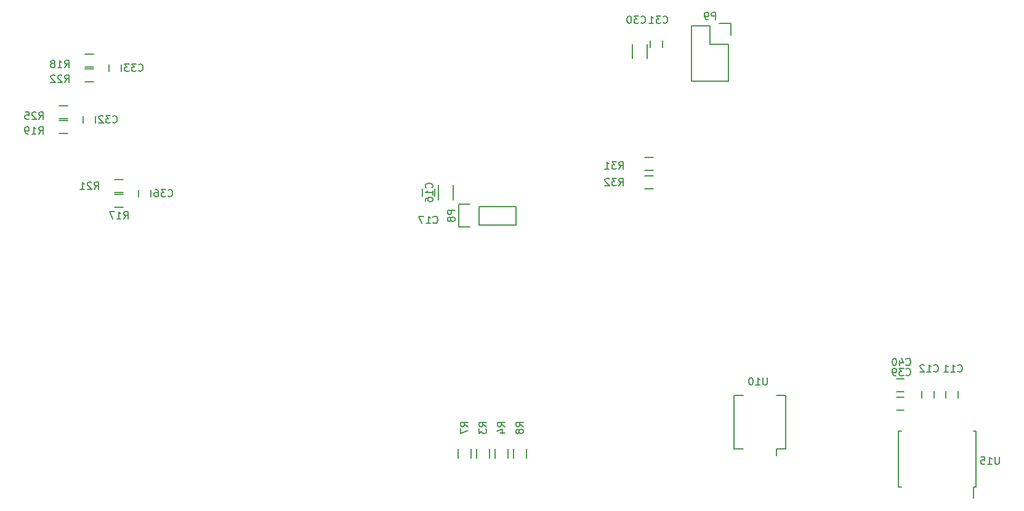
<source format=gbo>
G04 #@! TF.FileFunction,Legend,Bot*
%FSLAX46Y46*%
G04 Gerber Fmt 4.6, Leading zero omitted, Abs format (unit mm)*
G04 Created by KiCad (PCBNEW (2015-06-14 BZR 5748)-product) date Saturday, August 01, 2015 'AMt' 10:31:55 AM*
%MOMM*%
G01*
G04 APERTURE LIST*
%ADD10C,0.100000*%
%ADD11C,0.150000*%
G04 APERTURE END LIST*
D10*
D11*
X249516000Y-72906000D02*
X249516000Y-73906000D01*
X247816000Y-73906000D02*
X247816000Y-72906000D01*
X246214000Y-72906000D02*
X246214000Y-73906000D01*
X244514000Y-73906000D02*
X244514000Y-72906000D01*
X175807000Y-46093000D02*
X175807000Y-45093000D01*
X177507000Y-45093000D02*
X177507000Y-46093000D01*
X204715000Y-27162000D02*
X204715000Y-25162000D01*
X206765000Y-25162000D02*
X206765000Y-27162000D01*
X207176000Y-25646000D02*
X207176000Y-24646000D01*
X208876000Y-24646000D02*
X208876000Y-25646000D01*
X129198000Y-36060000D02*
X129198000Y-35060000D01*
X130898000Y-35060000D02*
X130898000Y-36060000D01*
X134454000Y-27948000D02*
X134454000Y-28948000D01*
X132754000Y-28948000D02*
X132754000Y-27948000D01*
X136818000Y-46220000D02*
X136818000Y-45220000D01*
X138518000Y-45220000D02*
X138518000Y-46220000D01*
X217932000Y-25146000D02*
X217932000Y-30226000D01*
X218212000Y-22326000D02*
X216662000Y-22326000D01*
X215392000Y-22606000D02*
X215392000Y-25146000D01*
X215392000Y-25146000D02*
X217932000Y-25146000D01*
X217932000Y-30226000D02*
X212852000Y-30226000D01*
X212852000Y-30226000D02*
X212852000Y-25146000D01*
X218212000Y-22326000D02*
X218212000Y-23876000D01*
X212852000Y-22606000D02*
X215392000Y-22606000D01*
X212852000Y-25146000D02*
X212852000Y-22606000D01*
X185025000Y-82134000D02*
X185025000Y-80934000D01*
X183275000Y-80934000D02*
X183275000Y-82134000D01*
X187565000Y-82134000D02*
X187565000Y-80934000D01*
X185815000Y-80934000D02*
X185815000Y-82134000D01*
X180735000Y-80934000D02*
X180735000Y-82134000D01*
X182485000Y-82134000D02*
X182485000Y-80934000D01*
X188355000Y-80934000D02*
X188355000Y-82134000D01*
X190105000Y-82134000D02*
X190105000Y-80934000D01*
X133512000Y-47611000D02*
X134712000Y-47611000D01*
X134712000Y-45861000D02*
X133512000Y-45861000D01*
X129448000Y-28307000D02*
X130648000Y-28307000D01*
X130648000Y-26557000D02*
X129448000Y-26557000D01*
X125892000Y-37451000D02*
X127092000Y-37451000D01*
X127092000Y-35701000D02*
X125892000Y-35701000D01*
X133512000Y-45579000D02*
X134712000Y-45579000D01*
X134712000Y-43829000D02*
X133512000Y-43829000D01*
X129448000Y-30339000D02*
X130648000Y-30339000D01*
X130648000Y-28589000D02*
X129448000Y-28589000D01*
X125892000Y-35419000D02*
X127092000Y-35419000D01*
X127092000Y-33669000D02*
X125892000Y-33669000D01*
X207610000Y-40781000D02*
X206410000Y-40781000D01*
X206410000Y-42531000D02*
X207610000Y-42531000D01*
X207610000Y-43321000D02*
X206410000Y-43321000D01*
X206410000Y-45071000D02*
X207610000Y-45071000D01*
X225815000Y-80891000D02*
X224545000Y-80891000D01*
X225815000Y-73541000D02*
X224545000Y-73541000D01*
X218685000Y-73541000D02*
X219955000Y-73541000D01*
X218685000Y-80891000D02*
X219955000Y-80891000D01*
X225815000Y-80891000D02*
X225815000Y-73541000D01*
X218685000Y-80891000D02*
X218685000Y-73541000D01*
X224545000Y-80891000D02*
X224545000Y-81826000D01*
X183642000Y-47498000D02*
X188722000Y-47498000D01*
X188722000Y-47498000D02*
X188722000Y-50038000D01*
X188722000Y-50038000D02*
X183642000Y-50038000D01*
X180822000Y-50318000D02*
X182372000Y-50318000D01*
X183642000Y-50038000D02*
X183642000Y-47498000D01*
X182372000Y-47218000D02*
X180822000Y-47218000D01*
X180822000Y-47218000D02*
X180822000Y-50318000D01*
X241054000Y-73826000D02*
X242054000Y-73826000D01*
X242054000Y-75526000D02*
X241054000Y-75526000D01*
X241054000Y-71286000D02*
X242054000Y-71286000D01*
X242054000Y-72986000D02*
X241054000Y-72986000D01*
X251959000Y-86171000D02*
X251604000Y-86171000D01*
X251959000Y-78421000D02*
X251604000Y-78421000D01*
X241309000Y-78421000D02*
X241664000Y-78421000D01*
X241309000Y-86171000D02*
X241664000Y-86171000D01*
X251959000Y-86171000D02*
X251959000Y-78421000D01*
X241309000Y-86171000D02*
X241309000Y-78421000D01*
X251604000Y-86171000D02*
X251604000Y-87696000D01*
X178045000Y-46593000D02*
X178045000Y-44593000D01*
X180095000Y-44593000D02*
X180095000Y-46593000D01*
X249435857Y-70207143D02*
X249483476Y-70254762D01*
X249626333Y-70302381D01*
X249721571Y-70302381D01*
X249864429Y-70254762D01*
X249959667Y-70159524D01*
X250007286Y-70064286D01*
X250054905Y-69873810D01*
X250054905Y-69730952D01*
X250007286Y-69540476D01*
X249959667Y-69445238D01*
X249864429Y-69350000D01*
X249721571Y-69302381D01*
X249626333Y-69302381D01*
X249483476Y-69350000D01*
X249435857Y-69397619D01*
X248483476Y-70302381D02*
X249054905Y-70302381D01*
X248769191Y-70302381D02*
X248769191Y-69302381D01*
X248864429Y-69445238D01*
X248959667Y-69540476D01*
X249054905Y-69588095D01*
X247531095Y-70302381D02*
X248102524Y-70302381D01*
X247816810Y-70302381D02*
X247816810Y-69302381D01*
X247912048Y-69445238D01*
X248007286Y-69540476D01*
X248102524Y-69588095D01*
X246133857Y-70207143D02*
X246181476Y-70254762D01*
X246324333Y-70302381D01*
X246419571Y-70302381D01*
X246562429Y-70254762D01*
X246657667Y-70159524D01*
X246705286Y-70064286D01*
X246752905Y-69873810D01*
X246752905Y-69730952D01*
X246705286Y-69540476D01*
X246657667Y-69445238D01*
X246562429Y-69350000D01*
X246419571Y-69302381D01*
X246324333Y-69302381D01*
X246181476Y-69350000D01*
X246133857Y-69397619D01*
X245181476Y-70302381D02*
X245752905Y-70302381D01*
X245467191Y-70302381D02*
X245467191Y-69302381D01*
X245562429Y-69445238D01*
X245657667Y-69540476D01*
X245752905Y-69588095D01*
X244800524Y-69397619D02*
X244752905Y-69350000D01*
X244657667Y-69302381D01*
X244419571Y-69302381D01*
X244324333Y-69350000D01*
X244276714Y-69397619D01*
X244229095Y-69492857D01*
X244229095Y-69588095D01*
X244276714Y-69730952D01*
X244848143Y-70302381D01*
X244229095Y-70302381D01*
X177299857Y-49760143D02*
X177347476Y-49807762D01*
X177490333Y-49855381D01*
X177585571Y-49855381D01*
X177728429Y-49807762D01*
X177823667Y-49712524D01*
X177871286Y-49617286D01*
X177918905Y-49426810D01*
X177918905Y-49283952D01*
X177871286Y-49093476D01*
X177823667Y-48998238D01*
X177728429Y-48903000D01*
X177585571Y-48855381D01*
X177490333Y-48855381D01*
X177347476Y-48903000D01*
X177299857Y-48950619D01*
X176347476Y-49855381D02*
X176918905Y-49855381D01*
X176633191Y-49855381D02*
X176633191Y-48855381D01*
X176728429Y-48998238D01*
X176823667Y-49093476D01*
X176918905Y-49141095D01*
X176014143Y-48855381D02*
X175347476Y-48855381D01*
X175776048Y-49855381D01*
X205874857Y-22201143D02*
X205922476Y-22248762D01*
X206065333Y-22296381D01*
X206160571Y-22296381D01*
X206303429Y-22248762D01*
X206398667Y-22153524D01*
X206446286Y-22058286D01*
X206493905Y-21867810D01*
X206493905Y-21724952D01*
X206446286Y-21534476D01*
X206398667Y-21439238D01*
X206303429Y-21344000D01*
X206160571Y-21296381D01*
X206065333Y-21296381D01*
X205922476Y-21344000D01*
X205874857Y-21391619D01*
X205541524Y-21296381D02*
X204922476Y-21296381D01*
X205255810Y-21677333D01*
X205112952Y-21677333D01*
X205017714Y-21724952D01*
X204970095Y-21772571D01*
X204922476Y-21867810D01*
X204922476Y-22105905D01*
X204970095Y-22201143D01*
X205017714Y-22248762D01*
X205112952Y-22296381D01*
X205398667Y-22296381D01*
X205493905Y-22248762D01*
X205541524Y-22201143D01*
X204303429Y-21296381D02*
X204208190Y-21296381D01*
X204112952Y-21344000D01*
X204065333Y-21391619D01*
X204017714Y-21486857D01*
X203970095Y-21677333D01*
X203970095Y-21915429D01*
X204017714Y-22105905D01*
X204065333Y-22201143D01*
X204112952Y-22248762D01*
X204208190Y-22296381D01*
X204303429Y-22296381D01*
X204398667Y-22248762D01*
X204446286Y-22201143D01*
X204493905Y-22105905D01*
X204541524Y-21915429D01*
X204541524Y-21677333D01*
X204493905Y-21486857D01*
X204446286Y-21391619D01*
X204398667Y-21344000D01*
X204303429Y-21296381D01*
X208922857Y-22201143D02*
X208970476Y-22248762D01*
X209113333Y-22296381D01*
X209208571Y-22296381D01*
X209351429Y-22248762D01*
X209446667Y-22153524D01*
X209494286Y-22058286D01*
X209541905Y-21867810D01*
X209541905Y-21724952D01*
X209494286Y-21534476D01*
X209446667Y-21439238D01*
X209351429Y-21344000D01*
X209208571Y-21296381D01*
X209113333Y-21296381D01*
X208970476Y-21344000D01*
X208922857Y-21391619D01*
X208589524Y-21296381D02*
X207970476Y-21296381D01*
X208303810Y-21677333D01*
X208160952Y-21677333D01*
X208065714Y-21724952D01*
X208018095Y-21772571D01*
X207970476Y-21867810D01*
X207970476Y-22105905D01*
X208018095Y-22201143D01*
X208065714Y-22248762D01*
X208160952Y-22296381D01*
X208446667Y-22296381D01*
X208541905Y-22248762D01*
X208589524Y-22201143D01*
X207018095Y-22296381D02*
X207589524Y-22296381D01*
X207303810Y-22296381D02*
X207303810Y-21296381D01*
X207399048Y-21439238D01*
X207494286Y-21534476D01*
X207589524Y-21582095D01*
X133230857Y-35917143D02*
X133278476Y-35964762D01*
X133421333Y-36012381D01*
X133516571Y-36012381D01*
X133659429Y-35964762D01*
X133754667Y-35869524D01*
X133802286Y-35774286D01*
X133849905Y-35583810D01*
X133849905Y-35440952D01*
X133802286Y-35250476D01*
X133754667Y-35155238D01*
X133659429Y-35060000D01*
X133516571Y-35012381D01*
X133421333Y-35012381D01*
X133278476Y-35060000D01*
X133230857Y-35107619D01*
X132897524Y-35012381D02*
X132278476Y-35012381D01*
X132611810Y-35393333D01*
X132468952Y-35393333D01*
X132373714Y-35440952D01*
X132326095Y-35488571D01*
X132278476Y-35583810D01*
X132278476Y-35821905D01*
X132326095Y-35917143D01*
X132373714Y-35964762D01*
X132468952Y-36012381D01*
X132754667Y-36012381D01*
X132849905Y-35964762D01*
X132897524Y-35917143D01*
X131897524Y-35107619D02*
X131849905Y-35060000D01*
X131754667Y-35012381D01*
X131516571Y-35012381D01*
X131421333Y-35060000D01*
X131373714Y-35107619D01*
X131326095Y-35202857D01*
X131326095Y-35298095D01*
X131373714Y-35440952D01*
X131945143Y-36012381D01*
X131326095Y-36012381D01*
X136786857Y-28805143D02*
X136834476Y-28852762D01*
X136977333Y-28900381D01*
X137072571Y-28900381D01*
X137215429Y-28852762D01*
X137310667Y-28757524D01*
X137358286Y-28662286D01*
X137405905Y-28471810D01*
X137405905Y-28328952D01*
X137358286Y-28138476D01*
X137310667Y-28043238D01*
X137215429Y-27948000D01*
X137072571Y-27900381D01*
X136977333Y-27900381D01*
X136834476Y-27948000D01*
X136786857Y-27995619D01*
X136453524Y-27900381D02*
X135834476Y-27900381D01*
X136167810Y-28281333D01*
X136024952Y-28281333D01*
X135929714Y-28328952D01*
X135882095Y-28376571D01*
X135834476Y-28471810D01*
X135834476Y-28709905D01*
X135882095Y-28805143D01*
X135929714Y-28852762D01*
X136024952Y-28900381D01*
X136310667Y-28900381D01*
X136405905Y-28852762D01*
X136453524Y-28805143D01*
X135501143Y-27900381D02*
X134882095Y-27900381D01*
X135215429Y-28281333D01*
X135072571Y-28281333D01*
X134977333Y-28328952D01*
X134929714Y-28376571D01*
X134882095Y-28471810D01*
X134882095Y-28709905D01*
X134929714Y-28805143D01*
X134977333Y-28852762D01*
X135072571Y-28900381D01*
X135358286Y-28900381D01*
X135453524Y-28852762D01*
X135501143Y-28805143D01*
X140850857Y-46077143D02*
X140898476Y-46124762D01*
X141041333Y-46172381D01*
X141136571Y-46172381D01*
X141279429Y-46124762D01*
X141374667Y-46029524D01*
X141422286Y-45934286D01*
X141469905Y-45743810D01*
X141469905Y-45600952D01*
X141422286Y-45410476D01*
X141374667Y-45315238D01*
X141279429Y-45220000D01*
X141136571Y-45172381D01*
X141041333Y-45172381D01*
X140898476Y-45220000D01*
X140850857Y-45267619D01*
X140517524Y-45172381D02*
X139898476Y-45172381D01*
X140231810Y-45553333D01*
X140088952Y-45553333D01*
X139993714Y-45600952D01*
X139946095Y-45648571D01*
X139898476Y-45743810D01*
X139898476Y-45981905D01*
X139946095Y-46077143D01*
X139993714Y-46124762D01*
X140088952Y-46172381D01*
X140374667Y-46172381D01*
X140469905Y-46124762D01*
X140517524Y-46077143D01*
X139041333Y-45172381D02*
X139231810Y-45172381D01*
X139327048Y-45220000D01*
X139374667Y-45267619D01*
X139469905Y-45410476D01*
X139517524Y-45600952D01*
X139517524Y-45981905D01*
X139469905Y-46077143D01*
X139422286Y-46124762D01*
X139327048Y-46172381D01*
X139136571Y-46172381D01*
X139041333Y-46124762D01*
X138993714Y-46077143D01*
X138946095Y-45981905D01*
X138946095Y-45743810D01*
X138993714Y-45648571D01*
X139041333Y-45600952D01*
X139136571Y-45553333D01*
X139327048Y-45553333D01*
X139422286Y-45600952D01*
X139469905Y-45648571D01*
X139517524Y-45743810D01*
X216130095Y-21788381D02*
X216130095Y-20788381D01*
X215749142Y-20788381D01*
X215653904Y-20836000D01*
X215606285Y-20883619D01*
X215558666Y-20978857D01*
X215558666Y-21121714D01*
X215606285Y-21216952D01*
X215653904Y-21264571D01*
X215749142Y-21312190D01*
X216130095Y-21312190D01*
X215082476Y-21788381D02*
X214892000Y-21788381D01*
X214796761Y-21740762D01*
X214749142Y-21693143D01*
X214653904Y-21550286D01*
X214606285Y-21359810D01*
X214606285Y-20978857D01*
X214653904Y-20883619D01*
X214701523Y-20836000D01*
X214796761Y-20788381D01*
X214987238Y-20788381D01*
X215082476Y-20836000D01*
X215130095Y-20883619D01*
X215177714Y-20978857D01*
X215177714Y-21216952D01*
X215130095Y-21312190D01*
X215082476Y-21359810D01*
X214987238Y-21407429D01*
X214796761Y-21407429D01*
X214701523Y-21359810D01*
X214653904Y-21312190D01*
X214606285Y-21216952D01*
X184602381Y-77811334D02*
X184126190Y-77478000D01*
X184602381Y-77239905D02*
X183602381Y-77239905D01*
X183602381Y-77620858D01*
X183650000Y-77716096D01*
X183697619Y-77763715D01*
X183792857Y-77811334D01*
X183935714Y-77811334D01*
X184030952Y-77763715D01*
X184078571Y-77716096D01*
X184126190Y-77620858D01*
X184126190Y-77239905D01*
X183602381Y-78144667D02*
X183602381Y-78763715D01*
X183983333Y-78430381D01*
X183983333Y-78573239D01*
X184030952Y-78668477D01*
X184078571Y-78716096D01*
X184173810Y-78763715D01*
X184411905Y-78763715D01*
X184507143Y-78716096D01*
X184554762Y-78668477D01*
X184602381Y-78573239D01*
X184602381Y-78287524D01*
X184554762Y-78192286D01*
X184507143Y-78144667D01*
X187142381Y-77811334D02*
X186666190Y-77478000D01*
X187142381Y-77239905D02*
X186142381Y-77239905D01*
X186142381Y-77620858D01*
X186190000Y-77716096D01*
X186237619Y-77763715D01*
X186332857Y-77811334D01*
X186475714Y-77811334D01*
X186570952Y-77763715D01*
X186618571Y-77716096D01*
X186666190Y-77620858D01*
X186666190Y-77239905D01*
X186475714Y-78668477D02*
X187142381Y-78668477D01*
X186094762Y-78430381D02*
X186809048Y-78192286D01*
X186809048Y-78811334D01*
X182062381Y-77811334D02*
X181586190Y-77478000D01*
X182062381Y-77239905D02*
X181062381Y-77239905D01*
X181062381Y-77620858D01*
X181110000Y-77716096D01*
X181157619Y-77763715D01*
X181252857Y-77811334D01*
X181395714Y-77811334D01*
X181490952Y-77763715D01*
X181538571Y-77716096D01*
X181586190Y-77620858D01*
X181586190Y-77239905D01*
X181062381Y-78144667D02*
X181062381Y-78811334D01*
X182062381Y-78382762D01*
X189682381Y-77811334D02*
X189206190Y-77478000D01*
X189682381Y-77239905D02*
X188682381Y-77239905D01*
X188682381Y-77620858D01*
X188730000Y-77716096D01*
X188777619Y-77763715D01*
X188872857Y-77811334D01*
X189015714Y-77811334D01*
X189110952Y-77763715D01*
X189158571Y-77716096D01*
X189206190Y-77620858D01*
X189206190Y-77239905D01*
X189110952Y-78382762D02*
X189063333Y-78287524D01*
X189015714Y-78239905D01*
X188920476Y-78192286D01*
X188872857Y-78192286D01*
X188777619Y-78239905D01*
X188730000Y-78287524D01*
X188682381Y-78382762D01*
X188682381Y-78573239D01*
X188730000Y-78668477D01*
X188777619Y-78716096D01*
X188872857Y-78763715D01*
X188920476Y-78763715D01*
X189015714Y-78716096D01*
X189063333Y-78668477D01*
X189110952Y-78573239D01*
X189110952Y-78382762D01*
X189158571Y-78287524D01*
X189206190Y-78239905D01*
X189301429Y-78192286D01*
X189491905Y-78192286D01*
X189587143Y-78239905D01*
X189634762Y-78287524D01*
X189682381Y-78382762D01*
X189682381Y-78573239D01*
X189634762Y-78668477D01*
X189587143Y-78716096D01*
X189491905Y-78763715D01*
X189301429Y-78763715D01*
X189206190Y-78716096D01*
X189158571Y-78668477D01*
X189110952Y-78573239D01*
X134754857Y-49220381D02*
X135088191Y-48744190D01*
X135326286Y-49220381D02*
X135326286Y-48220381D01*
X134945333Y-48220381D01*
X134850095Y-48268000D01*
X134802476Y-48315619D01*
X134754857Y-48410857D01*
X134754857Y-48553714D01*
X134802476Y-48648952D01*
X134850095Y-48696571D01*
X134945333Y-48744190D01*
X135326286Y-48744190D01*
X133802476Y-49220381D02*
X134373905Y-49220381D01*
X134088191Y-49220381D02*
X134088191Y-48220381D01*
X134183429Y-48363238D01*
X134278667Y-48458476D01*
X134373905Y-48506095D01*
X133469143Y-48220381D02*
X132802476Y-48220381D01*
X133231048Y-49220381D01*
X126626857Y-28392381D02*
X126960191Y-27916190D01*
X127198286Y-28392381D02*
X127198286Y-27392381D01*
X126817333Y-27392381D01*
X126722095Y-27440000D01*
X126674476Y-27487619D01*
X126626857Y-27582857D01*
X126626857Y-27725714D01*
X126674476Y-27820952D01*
X126722095Y-27868571D01*
X126817333Y-27916190D01*
X127198286Y-27916190D01*
X125674476Y-28392381D02*
X126245905Y-28392381D01*
X125960191Y-28392381D02*
X125960191Y-27392381D01*
X126055429Y-27535238D01*
X126150667Y-27630476D01*
X126245905Y-27678095D01*
X125103048Y-27820952D02*
X125198286Y-27773333D01*
X125245905Y-27725714D01*
X125293524Y-27630476D01*
X125293524Y-27582857D01*
X125245905Y-27487619D01*
X125198286Y-27440000D01*
X125103048Y-27392381D01*
X124912571Y-27392381D01*
X124817333Y-27440000D01*
X124769714Y-27487619D01*
X124722095Y-27582857D01*
X124722095Y-27630476D01*
X124769714Y-27725714D01*
X124817333Y-27773333D01*
X124912571Y-27820952D01*
X125103048Y-27820952D01*
X125198286Y-27868571D01*
X125245905Y-27916190D01*
X125293524Y-28011429D01*
X125293524Y-28201905D01*
X125245905Y-28297143D01*
X125198286Y-28344762D01*
X125103048Y-28392381D01*
X124912571Y-28392381D01*
X124817333Y-28344762D01*
X124769714Y-28297143D01*
X124722095Y-28201905D01*
X124722095Y-28011429D01*
X124769714Y-27916190D01*
X124817333Y-27868571D01*
X124912571Y-27820952D01*
X123070857Y-37536381D02*
X123404191Y-37060190D01*
X123642286Y-37536381D02*
X123642286Y-36536381D01*
X123261333Y-36536381D01*
X123166095Y-36584000D01*
X123118476Y-36631619D01*
X123070857Y-36726857D01*
X123070857Y-36869714D01*
X123118476Y-36964952D01*
X123166095Y-37012571D01*
X123261333Y-37060190D01*
X123642286Y-37060190D01*
X122118476Y-37536381D02*
X122689905Y-37536381D01*
X122404191Y-37536381D02*
X122404191Y-36536381D01*
X122499429Y-36679238D01*
X122594667Y-36774476D01*
X122689905Y-36822095D01*
X121642286Y-37536381D02*
X121451810Y-37536381D01*
X121356571Y-37488762D01*
X121308952Y-37441143D01*
X121213714Y-37298286D01*
X121166095Y-37107810D01*
X121166095Y-36726857D01*
X121213714Y-36631619D01*
X121261333Y-36584000D01*
X121356571Y-36536381D01*
X121547048Y-36536381D01*
X121642286Y-36584000D01*
X121689905Y-36631619D01*
X121737524Y-36726857D01*
X121737524Y-36964952D01*
X121689905Y-37060190D01*
X121642286Y-37107810D01*
X121547048Y-37155429D01*
X121356571Y-37155429D01*
X121261333Y-37107810D01*
X121213714Y-37060190D01*
X121166095Y-36964952D01*
X130690857Y-45156381D02*
X131024191Y-44680190D01*
X131262286Y-45156381D02*
X131262286Y-44156381D01*
X130881333Y-44156381D01*
X130786095Y-44204000D01*
X130738476Y-44251619D01*
X130690857Y-44346857D01*
X130690857Y-44489714D01*
X130738476Y-44584952D01*
X130786095Y-44632571D01*
X130881333Y-44680190D01*
X131262286Y-44680190D01*
X130309905Y-44251619D02*
X130262286Y-44204000D01*
X130167048Y-44156381D01*
X129928952Y-44156381D01*
X129833714Y-44204000D01*
X129786095Y-44251619D01*
X129738476Y-44346857D01*
X129738476Y-44442095D01*
X129786095Y-44584952D01*
X130357524Y-45156381D01*
X129738476Y-45156381D01*
X128786095Y-45156381D02*
X129357524Y-45156381D01*
X129071810Y-45156381D02*
X129071810Y-44156381D01*
X129167048Y-44299238D01*
X129262286Y-44394476D01*
X129357524Y-44442095D01*
X126626857Y-30424381D02*
X126960191Y-29948190D01*
X127198286Y-30424381D02*
X127198286Y-29424381D01*
X126817333Y-29424381D01*
X126722095Y-29472000D01*
X126674476Y-29519619D01*
X126626857Y-29614857D01*
X126626857Y-29757714D01*
X126674476Y-29852952D01*
X126722095Y-29900571D01*
X126817333Y-29948190D01*
X127198286Y-29948190D01*
X126245905Y-29519619D02*
X126198286Y-29472000D01*
X126103048Y-29424381D01*
X125864952Y-29424381D01*
X125769714Y-29472000D01*
X125722095Y-29519619D01*
X125674476Y-29614857D01*
X125674476Y-29710095D01*
X125722095Y-29852952D01*
X126293524Y-30424381D01*
X125674476Y-30424381D01*
X125293524Y-29519619D02*
X125245905Y-29472000D01*
X125150667Y-29424381D01*
X124912571Y-29424381D01*
X124817333Y-29472000D01*
X124769714Y-29519619D01*
X124722095Y-29614857D01*
X124722095Y-29710095D01*
X124769714Y-29852952D01*
X125341143Y-30424381D01*
X124722095Y-30424381D01*
X123070857Y-35504381D02*
X123404191Y-35028190D01*
X123642286Y-35504381D02*
X123642286Y-34504381D01*
X123261333Y-34504381D01*
X123166095Y-34552000D01*
X123118476Y-34599619D01*
X123070857Y-34694857D01*
X123070857Y-34837714D01*
X123118476Y-34932952D01*
X123166095Y-34980571D01*
X123261333Y-35028190D01*
X123642286Y-35028190D01*
X122689905Y-34599619D02*
X122642286Y-34552000D01*
X122547048Y-34504381D01*
X122308952Y-34504381D01*
X122213714Y-34552000D01*
X122166095Y-34599619D01*
X122118476Y-34694857D01*
X122118476Y-34790095D01*
X122166095Y-34932952D01*
X122737524Y-35504381D01*
X122118476Y-35504381D01*
X121213714Y-34504381D02*
X121689905Y-34504381D01*
X121737524Y-34980571D01*
X121689905Y-34932952D01*
X121594667Y-34885333D01*
X121356571Y-34885333D01*
X121261333Y-34932952D01*
X121213714Y-34980571D01*
X121166095Y-35075810D01*
X121166095Y-35313905D01*
X121213714Y-35409143D01*
X121261333Y-35456762D01*
X121356571Y-35504381D01*
X121594667Y-35504381D01*
X121689905Y-35456762D01*
X121737524Y-35409143D01*
X202826857Y-42362381D02*
X203160191Y-41886190D01*
X203398286Y-42362381D02*
X203398286Y-41362381D01*
X203017333Y-41362381D01*
X202922095Y-41410000D01*
X202874476Y-41457619D01*
X202826857Y-41552857D01*
X202826857Y-41695714D01*
X202874476Y-41790952D01*
X202922095Y-41838571D01*
X203017333Y-41886190D01*
X203398286Y-41886190D01*
X202493524Y-41362381D02*
X201874476Y-41362381D01*
X202207810Y-41743333D01*
X202064952Y-41743333D01*
X201969714Y-41790952D01*
X201922095Y-41838571D01*
X201874476Y-41933810D01*
X201874476Y-42171905D01*
X201922095Y-42267143D01*
X201969714Y-42314762D01*
X202064952Y-42362381D01*
X202350667Y-42362381D01*
X202445905Y-42314762D01*
X202493524Y-42267143D01*
X200922095Y-42362381D02*
X201493524Y-42362381D01*
X201207810Y-42362381D02*
X201207810Y-41362381D01*
X201303048Y-41505238D01*
X201398286Y-41600476D01*
X201493524Y-41648095D01*
X202826857Y-44648381D02*
X203160191Y-44172190D01*
X203398286Y-44648381D02*
X203398286Y-43648381D01*
X203017333Y-43648381D01*
X202922095Y-43696000D01*
X202874476Y-43743619D01*
X202826857Y-43838857D01*
X202826857Y-43981714D01*
X202874476Y-44076952D01*
X202922095Y-44124571D01*
X203017333Y-44172190D01*
X203398286Y-44172190D01*
X202493524Y-43648381D02*
X201874476Y-43648381D01*
X202207810Y-44029333D01*
X202064952Y-44029333D01*
X201969714Y-44076952D01*
X201922095Y-44124571D01*
X201874476Y-44219810D01*
X201874476Y-44457905D01*
X201922095Y-44553143D01*
X201969714Y-44600762D01*
X202064952Y-44648381D01*
X202350667Y-44648381D01*
X202445905Y-44600762D01*
X202493524Y-44553143D01*
X201493524Y-43743619D02*
X201445905Y-43696000D01*
X201350667Y-43648381D01*
X201112571Y-43648381D01*
X201017333Y-43696000D01*
X200969714Y-43743619D01*
X200922095Y-43838857D01*
X200922095Y-43934095D01*
X200969714Y-44076952D01*
X201541143Y-44648381D01*
X200922095Y-44648381D01*
X223234095Y-71080381D02*
X223234095Y-71889905D01*
X223186476Y-71985143D01*
X223138857Y-72032762D01*
X223043619Y-72080381D01*
X222853142Y-72080381D01*
X222757904Y-72032762D01*
X222710285Y-71985143D01*
X222662666Y-71889905D01*
X222662666Y-71080381D01*
X221662666Y-72080381D02*
X222234095Y-72080381D01*
X221948381Y-72080381D02*
X221948381Y-71080381D01*
X222043619Y-71223238D01*
X222138857Y-71318476D01*
X222234095Y-71366095D01*
X221043619Y-71080381D02*
X220948380Y-71080381D01*
X220853142Y-71128000D01*
X220805523Y-71175619D01*
X220757904Y-71270857D01*
X220710285Y-71461333D01*
X220710285Y-71699429D01*
X220757904Y-71889905D01*
X220805523Y-71985143D01*
X220853142Y-72032762D01*
X220948380Y-72080381D01*
X221043619Y-72080381D01*
X221138857Y-72032762D01*
X221186476Y-71985143D01*
X221234095Y-71889905D01*
X221281714Y-71699429D01*
X221281714Y-71461333D01*
X221234095Y-71270857D01*
X221186476Y-71175619D01*
X221138857Y-71128000D01*
X221043619Y-71080381D01*
X180284381Y-48029905D02*
X179284381Y-48029905D01*
X179284381Y-48410858D01*
X179332000Y-48506096D01*
X179379619Y-48553715D01*
X179474857Y-48601334D01*
X179617714Y-48601334D01*
X179712952Y-48553715D01*
X179760571Y-48506096D01*
X179808190Y-48410858D01*
X179808190Y-48029905D01*
X179712952Y-49172762D02*
X179665333Y-49077524D01*
X179617714Y-49029905D01*
X179522476Y-48982286D01*
X179474857Y-48982286D01*
X179379619Y-49029905D01*
X179332000Y-49077524D01*
X179284381Y-49172762D01*
X179284381Y-49363239D01*
X179332000Y-49458477D01*
X179379619Y-49506096D01*
X179474857Y-49553715D01*
X179522476Y-49553715D01*
X179617714Y-49506096D01*
X179665333Y-49458477D01*
X179712952Y-49363239D01*
X179712952Y-49172762D01*
X179760571Y-49077524D01*
X179808190Y-49029905D01*
X179903429Y-48982286D01*
X180093905Y-48982286D01*
X180189143Y-49029905D01*
X180236762Y-49077524D01*
X180284381Y-49172762D01*
X180284381Y-49363239D01*
X180236762Y-49458477D01*
X180189143Y-49506096D01*
X180093905Y-49553715D01*
X179903429Y-49553715D01*
X179808190Y-49506096D01*
X179760571Y-49458477D01*
X179712952Y-49363239D01*
X242323857Y-70715143D02*
X242371476Y-70762762D01*
X242514333Y-70810381D01*
X242609571Y-70810381D01*
X242752429Y-70762762D01*
X242847667Y-70667524D01*
X242895286Y-70572286D01*
X242942905Y-70381810D01*
X242942905Y-70238952D01*
X242895286Y-70048476D01*
X242847667Y-69953238D01*
X242752429Y-69858000D01*
X242609571Y-69810381D01*
X242514333Y-69810381D01*
X242371476Y-69858000D01*
X242323857Y-69905619D01*
X241990524Y-69810381D02*
X241371476Y-69810381D01*
X241704810Y-70191333D01*
X241561952Y-70191333D01*
X241466714Y-70238952D01*
X241419095Y-70286571D01*
X241371476Y-70381810D01*
X241371476Y-70619905D01*
X241419095Y-70715143D01*
X241466714Y-70762762D01*
X241561952Y-70810381D01*
X241847667Y-70810381D01*
X241942905Y-70762762D01*
X241990524Y-70715143D01*
X240895286Y-70810381D02*
X240704810Y-70810381D01*
X240609571Y-70762762D01*
X240561952Y-70715143D01*
X240466714Y-70572286D01*
X240419095Y-70381810D01*
X240419095Y-70000857D01*
X240466714Y-69905619D01*
X240514333Y-69858000D01*
X240609571Y-69810381D01*
X240800048Y-69810381D01*
X240895286Y-69858000D01*
X240942905Y-69905619D01*
X240990524Y-70000857D01*
X240990524Y-70238952D01*
X240942905Y-70334190D01*
X240895286Y-70381810D01*
X240800048Y-70429429D01*
X240609571Y-70429429D01*
X240514333Y-70381810D01*
X240466714Y-70334190D01*
X240419095Y-70238952D01*
X242323857Y-69318143D02*
X242371476Y-69365762D01*
X242514333Y-69413381D01*
X242609571Y-69413381D01*
X242752429Y-69365762D01*
X242847667Y-69270524D01*
X242895286Y-69175286D01*
X242942905Y-68984810D01*
X242942905Y-68841952D01*
X242895286Y-68651476D01*
X242847667Y-68556238D01*
X242752429Y-68461000D01*
X242609571Y-68413381D01*
X242514333Y-68413381D01*
X242371476Y-68461000D01*
X242323857Y-68508619D01*
X241466714Y-68746714D02*
X241466714Y-69413381D01*
X241704810Y-68365762D02*
X241942905Y-69080048D01*
X241323857Y-69080048D01*
X240752429Y-68413381D02*
X240657190Y-68413381D01*
X240561952Y-68461000D01*
X240514333Y-68508619D01*
X240466714Y-68603857D01*
X240419095Y-68794333D01*
X240419095Y-69032429D01*
X240466714Y-69222905D01*
X240514333Y-69318143D01*
X240561952Y-69365762D01*
X240657190Y-69413381D01*
X240752429Y-69413381D01*
X240847667Y-69365762D01*
X240895286Y-69318143D01*
X240942905Y-69222905D01*
X240990524Y-69032429D01*
X240990524Y-68794333D01*
X240942905Y-68603857D01*
X240895286Y-68508619D01*
X240847667Y-68461000D01*
X240752429Y-68413381D01*
X255111095Y-82002381D02*
X255111095Y-82811905D01*
X255063476Y-82907143D01*
X255015857Y-82954762D01*
X254920619Y-83002381D01*
X254730142Y-83002381D01*
X254634904Y-82954762D01*
X254587285Y-82907143D01*
X254539666Y-82811905D01*
X254539666Y-82002381D01*
X253539666Y-83002381D02*
X254111095Y-83002381D01*
X253825381Y-83002381D02*
X253825381Y-82002381D01*
X253920619Y-82145238D01*
X254015857Y-82240476D01*
X254111095Y-82288095D01*
X252634904Y-82002381D02*
X253111095Y-82002381D01*
X253158714Y-82478571D01*
X253111095Y-82430952D01*
X253015857Y-82383333D01*
X252777761Y-82383333D01*
X252682523Y-82430952D01*
X252634904Y-82478571D01*
X252587285Y-82573810D01*
X252587285Y-82811905D01*
X252634904Y-82907143D01*
X252682523Y-82954762D01*
X252777761Y-83002381D01*
X253015857Y-83002381D01*
X253111095Y-82954762D01*
X253158714Y-82907143D01*
X177127143Y-44950143D02*
X177174762Y-44902524D01*
X177222381Y-44759667D01*
X177222381Y-44664429D01*
X177174762Y-44521571D01*
X177079524Y-44426333D01*
X176984286Y-44378714D01*
X176793810Y-44331095D01*
X176650952Y-44331095D01*
X176460476Y-44378714D01*
X176365238Y-44426333D01*
X176270000Y-44521571D01*
X176222381Y-44664429D01*
X176222381Y-44759667D01*
X176270000Y-44902524D01*
X176317619Y-44950143D01*
X177222381Y-45902524D02*
X177222381Y-45331095D01*
X177222381Y-45616809D02*
X176222381Y-45616809D01*
X176365238Y-45521571D01*
X176460476Y-45426333D01*
X176508095Y-45331095D01*
X176222381Y-46759667D02*
X176222381Y-46569190D01*
X176270000Y-46473952D01*
X176317619Y-46426333D01*
X176460476Y-46331095D01*
X176650952Y-46283476D01*
X177031905Y-46283476D01*
X177127143Y-46331095D01*
X177174762Y-46378714D01*
X177222381Y-46473952D01*
X177222381Y-46664429D01*
X177174762Y-46759667D01*
X177127143Y-46807286D01*
X177031905Y-46854905D01*
X176793810Y-46854905D01*
X176698571Y-46807286D01*
X176650952Y-46759667D01*
X176603333Y-46664429D01*
X176603333Y-46473952D01*
X176650952Y-46378714D01*
X176698571Y-46331095D01*
X176793810Y-46283476D01*
M02*

</source>
